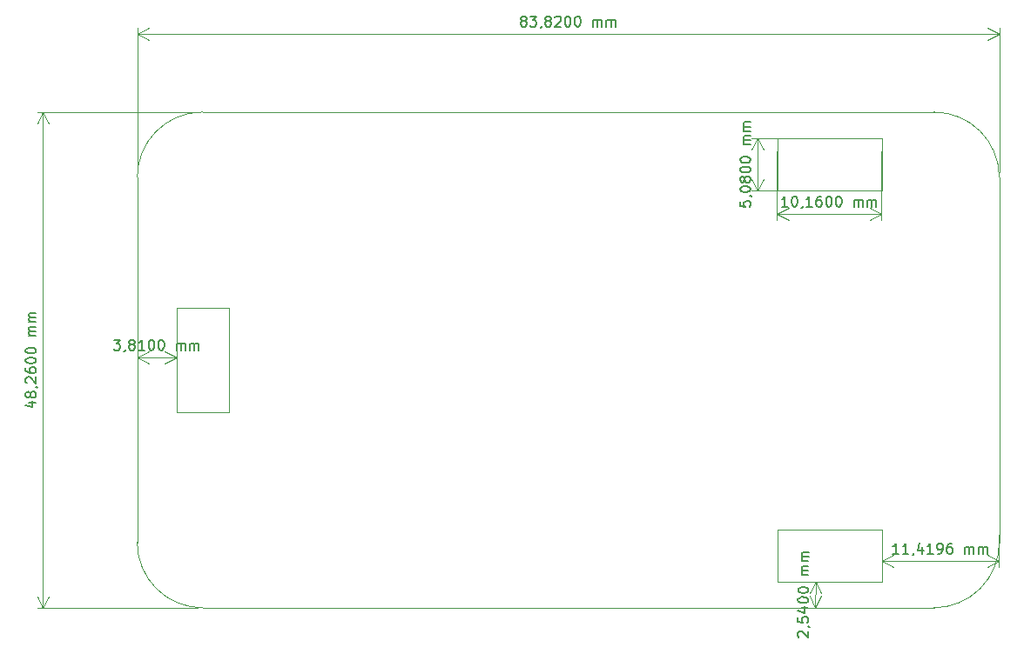
<source format=gbr>
%TF.GenerationSoftware,KiCad,Pcbnew,8.0.0*%
%TF.CreationDate,2024-03-19T17:03:54+01:00*%
%TF.ProjectId,PCB_Drone_THT,5043425f-4472-46f6-9e65-5f5448542e6b,rev?*%
%TF.SameCoordinates,Original*%
%TF.FileFunction,Profile,NP*%
%FSLAX46Y46*%
G04 Gerber Fmt 4.6, Leading zero omitted, Abs format (unit mm)*
G04 Created by KiCad (PCBNEW 8.0.0) date 2024-03-19 17:03:54*
%MOMM*%
%LPD*%
G01*
G04 APERTURE LIST*
%TA.AperFunction,Profile*%
%ADD10C,0.050000*%
%TD*%
%ADD11C,0.150000*%
G04 APERTURE END LIST*
D10*
X110119442Y-82550000D02*
G75*
G02*
X116469442Y-76199942I6350058J0D01*
G01*
X116469442Y-124460000D02*
G75*
G02*
X110119400Y-118110000I-42J6350000D01*
G01*
X187589442Y-124460000D02*
X116469442Y-124460000D01*
X193939442Y-82550000D02*
X193939442Y-118110000D01*
X193939442Y-118110000D02*
G75*
G02*
X187589442Y-124459942I-6349942J0D01*
G01*
X172349442Y-116840000D02*
X182509442Y-116840000D01*
X182509442Y-121920000D01*
X172349442Y-121920000D01*
X172349442Y-116840000D01*
X113929442Y-95250000D02*
X119009442Y-95250000D01*
X119009442Y-105410000D01*
X113929442Y-105410000D01*
X113929442Y-95250000D01*
X116469442Y-76200000D02*
X187589442Y-76200000D01*
X187589442Y-76200000D02*
G75*
G02*
X193939400Y-82550000I-42J-6350000D01*
G01*
X110119442Y-118110000D02*
X110119442Y-82550000D01*
X172349442Y-78740000D02*
X182509442Y-78740000D01*
X182509442Y-83820000D01*
X172349442Y-83820000D01*
X172349442Y-78740000D01*
D11*
X99603152Y-104472856D02*
X100269819Y-104472856D01*
X99222200Y-104710951D02*
X99936485Y-104949046D01*
X99936485Y-104949046D02*
X99936485Y-104329999D01*
X99698390Y-103806189D02*
X99650771Y-103901427D01*
X99650771Y-103901427D02*
X99603152Y-103949046D01*
X99603152Y-103949046D02*
X99507914Y-103996665D01*
X99507914Y-103996665D02*
X99460295Y-103996665D01*
X99460295Y-103996665D02*
X99365057Y-103949046D01*
X99365057Y-103949046D02*
X99317438Y-103901427D01*
X99317438Y-103901427D02*
X99269819Y-103806189D01*
X99269819Y-103806189D02*
X99269819Y-103615713D01*
X99269819Y-103615713D02*
X99317438Y-103520475D01*
X99317438Y-103520475D02*
X99365057Y-103472856D01*
X99365057Y-103472856D02*
X99460295Y-103425237D01*
X99460295Y-103425237D02*
X99507914Y-103425237D01*
X99507914Y-103425237D02*
X99603152Y-103472856D01*
X99603152Y-103472856D02*
X99650771Y-103520475D01*
X99650771Y-103520475D02*
X99698390Y-103615713D01*
X99698390Y-103615713D02*
X99698390Y-103806189D01*
X99698390Y-103806189D02*
X99746009Y-103901427D01*
X99746009Y-103901427D02*
X99793628Y-103949046D01*
X99793628Y-103949046D02*
X99888866Y-103996665D01*
X99888866Y-103996665D02*
X100079342Y-103996665D01*
X100079342Y-103996665D02*
X100174580Y-103949046D01*
X100174580Y-103949046D02*
X100222200Y-103901427D01*
X100222200Y-103901427D02*
X100269819Y-103806189D01*
X100269819Y-103806189D02*
X100269819Y-103615713D01*
X100269819Y-103615713D02*
X100222200Y-103520475D01*
X100222200Y-103520475D02*
X100174580Y-103472856D01*
X100174580Y-103472856D02*
X100079342Y-103425237D01*
X100079342Y-103425237D02*
X99888866Y-103425237D01*
X99888866Y-103425237D02*
X99793628Y-103472856D01*
X99793628Y-103472856D02*
X99746009Y-103520475D01*
X99746009Y-103520475D02*
X99698390Y-103615713D01*
X100222200Y-102949046D02*
X100269819Y-102949046D01*
X100269819Y-102949046D02*
X100365057Y-102996665D01*
X100365057Y-102996665D02*
X100412676Y-103044284D01*
X99365057Y-102568094D02*
X99317438Y-102520475D01*
X99317438Y-102520475D02*
X99269819Y-102425237D01*
X99269819Y-102425237D02*
X99269819Y-102187142D01*
X99269819Y-102187142D02*
X99317438Y-102091904D01*
X99317438Y-102091904D02*
X99365057Y-102044285D01*
X99365057Y-102044285D02*
X99460295Y-101996666D01*
X99460295Y-101996666D02*
X99555533Y-101996666D01*
X99555533Y-101996666D02*
X99698390Y-102044285D01*
X99698390Y-102044285D02*
X100269819Y-102615713D01*
X100269819Y-102615713D02*
X100269819Y-101996666D01*
X99269819Y-101139523D02*
X99269819Y-101329999D01*
X99269819Y-101329999D02*
X99317438Y-101425237D01*
X99317438Y-101425237D02*
X99365057Y-101472856D01*
X99365057Y-101472856D02*
X99507914Y-101568094D01*
X99507914Y-101568094D02*
X99698390Y-101615713D01*
X99698390Y-101615713D02*
X100079342Y-101615713D01*
X100079342Y-101615713D02*
X100174580Y-101568094D01*
X100174580Y-101568094D02*
X100222200Y-101520475D01*
X100222200Y-101520475D02*
X100269819Y-101425237D01*
X100269819Y-101425237D02*
X100269819Y-101234761D01*
X100269819Y-101234761D02*
X100222200Y-101139523D01*
X100222200Y-101139523D02*
X100174580Y-101091904D01*
X100174580Y-101091904D02*
X100079342Y-101044285D01*
X100079342Y-101044285D02*
X99841247Y-101044285D01*
X99841247Y-101044285D02*
X99746009Y-101091904D01*
X99746009Y-101091904D02*
X99698390Y-101139523D01*
X99698390Y-101139523D02*
X99650771Y-101234761D01*
X99650771Y-101234761D02*
X99650771Y-101425237D01*
X99650771Y-101425237D02*
X99698390Y-101520475D01*
X99698390Y-101520475D02*
X99746009Y-101568094D01*
X99746009Y-101568094D02*
X99841247Y-101615713D01*
X99269819Y-100425237D02*
X99269819Y-100329999D01*
X99269819Y-100329999D02*
X99317438Y-100234761D01*
X99317438Y-100234761D02*
X99365057Y-100187142D01*
X99365057Y-100187142D02*
X99460295Y-100139523D01*
X99460295Y-100139523D02*
X99650771Y-100091904D01*
X99650771Y-100091904D02*
X99888866Y-100091904D01*
X99888866Y-100091904D02*
X100079342Y-100139523D01*
X100079342Y-100139523D02*
X100174580Y-100187142D01*
X100174580Y-100187142D02*
X100222200Y-100234761D01*
X100222200Y-100234761D02*
X100269819Y-100329999D01*
X100269819Y-100329999D02*
X100269819Y-100425237D01*
X100269819Y-100425237D02*
X100222200Y-100520475D01*
X100222200Y-100520475D02*
X100174580Y-100568094D01*
X100174580Y-100568094D02*
X100079342Y-100615713D01*
X100079342Y-100615713D02*
X99888866Y-100663332D01*
X99888866Y-100663332D02*
X99650771Y-100663332D01*
X99650771Y-100663332D02*
X99460295Y-100615713D01*
X99460295Y-100615713D02*
X99365057Y-100568094D01*
X99365057Y-100568094D02*
X99317438Y-100520475D01*
X99317438Y-100520475D02*
X99269819Y-100425237D01*
X99269819Y-99472856D02*
X99269819Y-99377618D01*
X99269819Y-99377618D02*
X99317438Y-99282380D01*
X99317438Y-99282380D02*
X99365057Y-99234761D01*
X99365057Y-99234761D02*
X99460295Y-99187142D01*
X99460295Y-99187142D02*
X99650771Y-99139523D01*
X99650771Y-99139523D02*
X99888866Y-99139523D01*
X99888866Y-99139523D02*
X100079342Y-99187142D01*
X100079342Y-99187142D02*
X100174580Y-99234761D01*
X100174580Y-99234761D02*
X100222200Y-99282380D01*
X100222200Y-99282380D02*
X100269819Y-99377618D01*
X100269819Y-99377618D02*
X100269819Y-99472856D01*
X100269819Y-99472856D02*
X100222200Y-99568094D01*
X100222200Y-99568094D02*
X100174580Y-99615713D01*
X100174580Y-99615713D02*
X100079342Y-99663332D01*
X100079342Y-99663332D02*
X99888866Y-99710951D01*
X99888866Y-99710951D02*
X99650771Y-99710951D01*
X99650771Y-99710951D02*
X99460295Y-99663332D01*
X99460295Y-99663332D02*
X99365057Y-99615713D01*
X99365057Y-99615713D02*
X99317438Y-99568094D01*
X99317438Y-99568094D02*
X99269819Y-99472856D01*
X100269819Y-97949046D02*
X99603152Y-97949046D01*
X99698390Y-97949046D02*
X99650771Y-97901427D01*
X99650771Y-97901427D02*
X99603152Y-97806189D01*
X99603152Y-97806189D02*
X99603152Y-97663332D01*
X99603152Y-97663332D02*
X99650771Y-97568094D01*
X99650771Y-97568094D02*
X99746009Y-97520475D01*
X99746009Y-97520475D02*
X100269819Y-97520475D01*
X99746009Y-97520475D02*
X99650771Y-97472856D01*
X99650771Y-97472856D02*
X99603152Y-97377618D01*
X99603152Y-97377618D02*
X99603152Y-97234761D01*
X99603152Y-97234761D02*
X99650771Y-97139522D01*
X99650771Y-97139522D02*
X99746009Y-97091903D01*
X99746009Y-97091903D02*
X100269819Y-97091903D01*
X100269819Y-96615713D02*
X99603152Y-96615713D01*
X99698390Y-96615713D02*
X99650771Y-96568094D01*
X99650771Y-96568094D02*
X99603152Y-96472856D01*
X99603152Y-96472856D02*
X99603152Y-96329999D01*
X99603152Y-96329999D02*
X99650771Y-96234761D01*
X99650771Y-96234761D02*
X99746009Y-96187142D01*
X99746009Y-96187142D02*
X100269819Y-96187142D01*
X99746009Y-96187142D02*
X99650771Y-96139523D01*
X99650771Y-96139523D02*
X99603152Y-96044285D01*
X99603152Y-96044285D02*
X99603152Y-95901428D01*
X99603152Y-95901428D02*
X99650771Y-95806189D01*
X99650771Y-95806189D02*
X99746009Y-95758570D01*
X99746009Y-95758570D02*
X100269819Y-95758570D01*
D10*
X115969442Y-124460000D02*
X100378580Y-124460000D01*
X115969442Y-76200000D02*
X100378580Y-76200000D01*
X100965000Y-124460000D02*
X100965000Y-76200000D01*
X100965000Y-124460000D02*
X100965000Y-76200000D01*
X100965000Y-124460000D02*
X100378579Y-123333496D01*
X100965000Y-124460000D02*
X101551421Y-123333496D01*
X100965000Y-76200000D02*
X101551421Y-77326504D01*
X100965000Y-76200000D02*
X100378579Y-77326504D01*
D11*
X168738819Y-84899047D02*
X168738819Y-85375237D01*
X168738819Y-85375237D02*
X169215009Y-85422856D01*
X169215009Y-85422856D02*
X169167390Y-85375237D01*
X169167390Y-85375237D02*
X169119771Y-85279999D01*
X169119771Y-85279999D02*
X169119771Y-85041904D01*
X169119771Y-85041904D02*
X169167390Y-84946666D01*
X169167390Y-84946666D02*
X169215009Y-84899047D01*
X169215009Y-84899047D02*
X169310247Y-84851428D01*
X169310247Y-84851428D02*
X169548342Y-84851428D01*
X169548342Y-84851428D02*
X169643580Y-84899047D01*
X169643580Y-84899047D02*
X169691200Y-84946666D01*
X169691200Y-84946666D02*
X169738819Y-85041904D01*
X169738819Y-85041904D02*
X169738819Y-85279999D01*
X169738819Y-85279999D02*
X169691200Y-85375237D01*
X169691200Y-85375237D02*
X169643580Y-85422856D01*
X169691200Y-84375237D02*
X169738819Y-84375237D01*
X169738819Y-84375237D02*
X169834057Y-84422856D01*
X169834057Y-84422856D02*
X169881676Y-84470475D01*
X168738819Y-83756190D02*
X168738819Y-83660952D01*
X168738819Y-83660952D02*
X168786438Y-83565714D01*
X168786438Y-83565714D02*
X168834057Y-83518095D01*
X168834057Y-83518095D02*
X168929295Y-83470476D01*
X168929295Y-83470476D02*
X169119771Y-83422857D01*
X169119771Y-83422857D02*
X169357866Y-83422857D01*
X169357866Y-83422857D02*
X169548342Y-83470476D01*
X169548342Y-83470476D02*
X169643580Y-83518095D01*
X169643580Y-83518095D02*
X169691200Y-83565714D01*
X169691200Y-83565714D02*
X169738819Y-83660952D01*
X169738819Y-83660952D02*
X169738819Y-83756190D01*
X169738819Y-83756190D02*
X169691200Y-83851428D01*
X169691200Y-83851428D02*
X169643580Y-83899047D01*
X169643580Y-83899047D02*
X169548342Y-83946666D01*
X169548342Y-83946666D02*
X169357866Y-83994285D01*
X169357866Y-83994285D02*
X169119771Y-83994285D01*
X169119771Y-83994285D02*
X168929295Y-83946666D01*
X168929295Y-83946666D02*
X168834057Y-83899047D01*
X168834057Y-83899047D02*
X168786438Y-83851428D01*
X168786438Y-83851428D02*
X168738819Y-83756190D01*
X169167390Y-82851428D02*
X169119771Y-82946666D01*
X169119771Y-82946666D02*
X169072152Y-82994285D01*
X169072152Y-82994285D02*
X168976914Y-83041904D01*
X168976914Y-83041904D02*
X168929295Y-83041904D01*
X168929295Y-83041904D02*
X168834057Y-82994285D01*
X168834057Y-82994285D02*
X168786438Y-82946666D01*
X168786438Y-82946666D02*
X168738819Y-82851428D01*
X168738819Y-82851428D02*
X168738819Y-82660952D01*
X168738819Y-82660952D02*
X168786438Y-82565714D01*
X168786438Y-82565714D02*
X168834057Y-82518095D01*
X168834057Y-82518095D02*
X168929295Y-82470476D01*
X168929295Y-82470476D02*
X168976914Y-82470476D01*
X168976914Y-82470476D02*
X169072152Y-82518095D01*
X169072152Y-82518095D02*
X169119771Y-82565714D01*
X169119771Y-82565714D02*
X169167390Y-82660952D01*
X169167390Y-82660952D02*
X169167390Y-82851428D01*
X169167390Y-82851428D02*
X169215009Y-82946666D01*
X169215009Y-82946666D02*
X169262628Y-82994285D01*
X169262628Y-82994285D02*
X169357866Y-83041904D01*
X169357866Y-83041904D02*
X169548342Y-83041904D01*
X169548342Y-83041904D02*
X169643580Y-82994285D01*
X169643580Y-82994285D02*
X169691200Y-82946666D01*
X169691200Y-82946666D02*
X169738819Y-82851428D01*
X169738819Y-82851428D02*
X169738819Y-82660952D01*
X169738819Y-82660952D02*
X169691200Y-82565714D01*
X169691200Y-82565714D02*
X169643580Y-82518095D01*
X169643580Y-82518095D02*
X169548342Y-82470476D01*
X169548342Y-82470476D02*
X169357866Y-82470476D01*
X169357866Y-82470476D02*
X169262628Y-82518095D01*
X169262628Y-82518095D02*
X169215009Y-82565714D01*
X169215009Y-82565714D02*
X169167390Y-82660952D01*
X168738819Y-81851428D02*
X168738819Y-81756190D01*
X168738819Y-81756190D02*
X168786438Y-81660952D01*
X168786438Y-81660952D02*
X168834057Y-81613333D01*
X168834057Y-81613333D02*
X168929295Y-81565714D01*
X168929295Y-81565714D02*
X169119771Y-81518095D01*
X169119771Y-81518095D02*
X169357866Y-81518095D01*
X169357866Y-81518095D02*
X169548342Y-81565714D01*
X169548342Y-81565714D02*
X169643580Y-81613333D01*
X169643580Y-81613333D02*
X169691200Y-81660952D01*
X169691200Y-81660952D02*
X169738819Y-81756190D01*
X169738819Y-81756190D02*
X169738819Y-81851428D01*
X169738819Y-81851428D02*
X169691200Y-81946666D01*
X169691200Y-81946666D02*
X169643580Y-81994285D01*
X169643580Y-81994285D02*
X169548342Y-82041904D01*
X169548342Y-82041904D02*
X169357866Y-82089523D01*
X169357866Y-82089523D02*
X169119771Y-82089523D01*
X169119771Y-82089523D02*
X168929295Y-82041904D01*
X168929295Y-82041904D02*
X168834057Y-81994285D01*
X168834057Y-81994285D02*
X168786438Y-81946666D01*
X168786438Y-81946666D02*
X168738819Y-81851428D01*
X168738819Y-80899047D02*
X168738819Y-80803809D01*
X168738819Y-80803809D02*
X168786438Y-80708571D01*
X168786438Y-80708571D02*
X168834057Y-80660952D01*
X168834057Y-80660952D02*
X168929295Y-80613333D01*
X168929295Y-80613333D02*
X169119771Y-80565714D01*
X169119771Y-80565714D02*
X169357866Y-80565714D01*
X169357866Y-80565714D02*
X169548342Y-80613333D01*
X169548342Y-80613333D02*
X169643580Y-80660952D01*
X169643580Y-80660952D02*
X169691200Y-80708571D01*
X169691200Y-80708571D02*
X169738819Y-80803809D01*
X169738819Y-80803809D02*
X169738819Y-80899047D01*
X169738819Y-80899047D02*
X169691200Y-80994285D01*
X169691200Y-80994285D02*
X169643580Y-81041904D01*
X169643580Y-81041904D02*
X169548342Y-81089523D01*
X169548342Y-81089523D02*
X169357866Y-81137142D01*
X169357866Y-81137142D02*
X169119771Y-81137142D01*
X169119771Y-81137142D02*
X168929295Y-81089523D01*
X168929295Y-81089523D02*
X168834057Y-81041904D01*
X168834057Y-81041904D02*
X168786438Y-80994285D01*
X168786438Y-80994285D02*
X168738819Y-80899047D01*
X169738819Y-79375237D02*
X169072152Y-79375237D01*
X169167390Y-79375237D02*
X169119771Y-79327618D01*
X169119771Y-79327618D02*
X169072152Y-79232380D01*
X169072152Y-79232380D02*
X169072152Y-79089523D01*
X169072152Y-79089523D02*
X169119771Y-78994285D01*
X169119771Y-78994285D02*
X169215009Y-78946666D01*
X169215009Y-78946666D02*
X169738819Y-78946666D01*
X169215009Y-78946666D02*
X169119771Y-78899047D01*
X169119771Y-78899047D02*
X169072152Y-78803809D01*
X169072152Y-78803809D02*
X169072152Y-78660952D01*
X169072152Y-78660952D02*
X169119771Y-78565713D01*
X169119771Y-78565713D02*
X169215009Y-78518094D01*
X169215009Y-78518094D02*
X169738819Y-78518094D01*
X169738819Y-78041904D02*
X169072152Y-78041904D01*
X169167390Y-78041904D02*
X169119771Y-77994285D01*
X169119771Y-77994285D02*
X169072152Y-77899047D01*
X169072152Y-77899047D02*
X169072152Y-77756190D01*
X169072152Y-77756190D02*
X169119771Y-77660952D01*
X169119771Y-77660952D02*
X169215009Y-77613333D01*
X169215009Y-77613333D02*
X169738819Y-77613333D01*
X169215009Y-77613333D02*
X169119771Y-77565714D01*
X169119771Y-77565714D02*
X169072152Y-77470476D01*
X169072152Y-77470476D02*
X169072152Y-77327619D01*
X169072152Y-77327619D02*
X169119771Y-77232380D01*
X169119771Y-77232380D02*
X169215009Y-77184761D01*
X169215009Y-77184761D02*
X169738819Y-77184761D01*
D10*
X182009442Y-78740000D02*
X169847580Y-78740000D01*
X182009442Y-83820000D02*
X169847580Y-83820000D01*
X170434000Y-78740000D02*
X170434000Y-83820000D01*
X170434000Y-78740000D02*
X170434000Y-83820000D01*
X170434000Y-78740000D02*
X171020421Y-79866504D01*
X170434000Y-78740000D02*
X169847579Y-79866504D01*
X170434000Y-83820000D02*
X169847579Y-82693496D01*
X170434000Y-83820000D02*
X171020421Y-82693496D01*
D11*
X107833966Y-98380819D02*
X108453013Y-98380819D01*
X108453013Y-98380819D02*
X108119680Y-98761771D01*
X108119680Y-98761771D02*
X108262537Y-98761771D01*
X108262537Y-98761771D02*
X108357775Y-98809390D01*
X108357775Y-98809390D02*
X108405394Y-98857009D01*
X108405394Y-98857009D02*
X108453013Y-98952247D01*
X108453013Y-98952247D02*
X108453013Y-99190342D01*
X108453013Y-99190342D02*
X108405394Y-99285580D01*
X108405394Y-99285580D02*
X108357775Y-99333200D01*
X108357775Y-99333200D02*
X108262537Y-99380819D01*
X108262537Y-99380819D02*
X107976823Y-99380819D01*
X107976823Y-99380819D02*
X107881585Y-99333200D01*
X107881585Y-99333200D02*
X107833966Y-99285580D01*
X108929204Y-99333200D02*
X108929204Y-99380819D01*
X108929204Y-99380819D02*
X108881585Y-99476057D01*
X108881585Y-99476057D02*
X108833966Y-99523676D01*
X109500632Y-98809390D02*
X109405394Y-98761771D01*
X109405394Y-98761771D02*
X109357775Y-98714152D01*
X109357775Y-98714152D02*
X109310156Y-98618914D01*
X109310156Y-98618914D02*
X109310156Y-98571295D01*
X109310156Y-98571295D02*
X109357775Y-98476057D01*
X109357775Y-98476057D02*
X109405394Y-98428438D01*
X109405394Y-98428438D02*
X109500632Y-98380819D01*
X109500632Y-98380819D02*
X109691108Y-98380819D01*
X109691108Y-98380819D02*
X109786346Y-98428438D01*
X109786346Y-98428438D02*
X109833965Y-98476057D01*
X109833965Y-98476057D02*
X109881584Y-98571295D01*
X109881584Y-98571295D02*
X109881584Y-98618914D01*
X109881584Y-98618914D02*
X109833965Y-98714152D01*
X109833965Y-98714152D02*
X109786346Y-98761771D01*
X109786346Y-98761771D02*
X109691108Y-98809390D01*
X109691108Y-98809390D02*
X109500632Y-98809390D01*
X109500632Y-98809390D02*
X109405394Y-98857009D01*
X109405394Y-98857009D02*
X109357775Y-98904628D01*
X109357775Y-98904628D02*
X109310156Y-98999866D01*
X109310156Y-98999866D02*
X109310156Y-99190342D01*
X109310156Y-99190342D02*
X109357775Y-99285580D01*
X109357775Y-99285580D02*
X109405394Y-99333200D01*
X109405394Y-99333200D02*
X109500632Y-99380819D01*
X109500632Y-99380819D02*
X109691108Y-99380819D01*
X109691108Y-99380819D02*
X109786346Y-99333200D01*
X109786346Y-99333200D02*
X109833965Y-99285580D01*
X109833965Y-99285580D02*
X109881584Y-99190342D01*
X109881584Y-99190342D02*
X109881584Y-98999866D01*
X109881584Y-98999866D02*
X109833965Y-98904628D01*
X109833965Y-98904628D02*
X109786346Y-98857009D01*
X109786346Y-98857009D02*
X109691108Y-98809390D01*
X110833965Y-99380819D02*
X110262537Y-99380819D01*
X110548251Y-99380819D02*
X110548251Y-98380819D01*
X110548251Y-98380819D02*
X110453013Y-98523676D01*
X110453013Y-98523676D02*
X110357775Y-98618914D01*
X110357775Y-98618914D02*
X110262537Y-98666533D01*
X111453013Y-98380819D02*
X111548251Y-98380819D01*
X111548251Y-98380819D02*
X111643489Y-98428438D01*
X111643489Y-98428438D02*
X111691108Y-98476057D01*
X111691108Y-98476057D02*
X111738727Y-98571295D01*
X111738727Y-98571295D02*
X111786346Y-98761771D01*
X111786346Y-98761771D02*
X111786346Y-98999866D01*
X111786346Y-98999866D02*
X111738727Y-99190342D01*
X111738727Y-99190342D02*
X111691108Y-99285580D01*
X111691108Y-99285580D02*
X111643489Y-99333200D01*
X111643489Y-99333200D02*
X111548251Y-99380819D01*
X111548251Y-99380819D02*
X111453013Y-99380819D01*
X111453013Y-99380819D02*
X111357775Y-99333200D01*
X111357775Y-99333200D02*
X111310156Y-99285580D01*
X111310156Y-99285580D02*
X111262537Y-99190342D01*
X111262537Y-99190342D02*
X111214918Y-98999866D01*
X111214918Y-98999866D02*
X111214918Y-98761771D01*
X111214918Y-98761771D02*
X111262537Y-98571295D01*
X111262537Y-98571295D02*
X111310156Y-98476057D01*
X111310156Y-98476057D02*
X111357775Y-98428438D01*
X111357775Y-98428438D02*
X111453013Y-98380819D01*
X112405394Y-98380819D02*
X112500632Y-98380819D01*
X112500632Y-98380819D02*
X112595870Y-98428438D01*
X112595870Y-98428438D02*
X112643489Y-98476057D01*
X112643489Y-98476057D02*
X112691108Y-98571295D01*
X112691108Y-98571295D02*
X112738727Y-98761771D01*
X112738727Y-98761771D02*
X112738727Y-98999866D01*
X112738727Y-98999866D02*
X112691108Y-99190342D01*
X112691108Y-99190342D02*
X112643489Y-99285580D01*
X112643489Y-99285580D02*
X112595870Y-99333200D01*
X112595870Y-99333200D02*
X112500632Y-99380819D01*
X112500632Y-99380819D02*
X112405394Y-99380819D01*
X112405394Y-99380819D02*
X112310156Y-99333200D01*
X112310156Y-99333200D02*
X112262537Y-99285580D01*
X112262537Y-99285580D02*
X112214918Y-99190342D01*
X112214918Y-99190342D02*
X112167299Y-98999866D01*
X112167299Y-98999866D02*
X112167299Y-98761771D01*
X112167299Y-98761771D02*
X112214918Y-98571295D01*
X112214918Y-98571295D02*
X112262537Y-98476057D01*
X112262537Y-98476057D02*
X112310156Y-98428438D01*
X112310156Y-98428438D02*
X112405394Y-98380819D01*
X113929204Y-99380819D02*
X113929204Y-98714152D01*
X113929204Y-98809390D02*
X113976823Y-98761771D01*
X113976823Y-98761771D02*
X114072061Y-98714152D01*
X114072061Y-98714152D02*
X114214918Y-98714152D01*
X114214918Y-98714152D02*
X114310156Y-98761771D01*
X114310156Y-98761771D02*
X114357775Y-98857009D01*
X114357775Y-98857009D02*
X114357775Y-99380819D01*
X114357775Y-98857009D02*
X114405394Y-98761771D01*
X114405394Y-98761771D02*
X114500632Y-98714152D01*
X114500632Y-98714152D02*
X114643489Y-98714152D01*
X114643489Y-98714152D02*
X114738728Y-98761771D01*
X114738728Y-98761771D02*
X114786347Y-98857009D01*
X114786347Y-98857009D02*
X114786347Y-99380819D01*
X115262537Y-99380819D02*
X115262537Y-98714152D01*
X115262537Y-98809390D02*
X115310156Y-98761771D01*
X115310156Y-98761771D02*
X115405394Y-98714152D01*
X115405394Y-98714152D02*
X115548251Y-98714152D01*
X115548251Y-98714152D02*
X115643489Y-98761771D01*
X115643489Y-98761771D02*
X115691108Y-98857009D01*
X115691108Y-98857009D02*
X115691108Y-99380819D01*
X115691108Y-98857009D02*
X115738727Y-98761771D01*
X115738727Y-98761771D02*
X115833965Y-98714152D01*
X115833965Y-98714152D02*
X115976822Y-98714152D01*
X115976822Y-98714152D02*
X116072061Y-98761771D01*
X116072061Y-98761771D02*
X116119680Y-98857009D01*
X116119680Y-98857009D02*
X116119680Y-99380819D01*
D10*
X113929442Y-99830000D02*
X113929442Y-99489580D01*
X110119442Y-99830000D02*
X110119442Y-99489580D01*
X113929442Y-100076000D02*
X110119442Y-100076000D01*
X113929442Y-100076000D02*
X110119442Y-100076000D01*
X113929442Y-100076000D02*
X112802938Y-100662421D01*
X113929442Y-100076000D02*
X112802938Y-99489579D01*
X110119442Y-100076000D02*
X111245946Y-99489579D01*
X110119442Y-100076000D02*
X111245946Y-100662421D01*
D11*
X147600871Y-67313390D02*
X147505633Y-67265771D01*
X147505633Y-67265771D02*
X147458014Y-67218152D01*
X147458014Y-67218152D02*
X147410395Y-67122914D01*
X147410395Y-67122914D02*
X147410395Y-67075295D01*
X147410395Y-67075295D02*
X147458014Y-66980057D01*
X147458014Y-66980057D02*
X147505633Y-66932438D01*
X147505633Y-66932438D02*
X147600871Y-66884819D01*
X147600871Y-66884819D02*
X147791347Y-66884819D01*
X147791347Y-66884819D02*
X147886585Y-66932438D01*
X147886585Y-66932438D02*
X147934204Y-66980057D01*
X147934204Y-66980057D02*
X147981823Y-67075295D01*
X147981823Y-67075295D02*
X147981823Y-67122914D01*
X147981823Y-67122914D02*
X147934204Y-67218152D01*
X147934204Y-67218152D02*
X147886585Y-67265771D01*
X147886585Y-67265771D02*
X147791347Y-67313390D01*
X147791347Y-67313390D02*
X147600871Y-67313390D01*
X147600871Y-67313390D02*
X147505633Y-67361009D01*
X147505633Y-67361009D02*
X147458014Y-67408628D01*
X147458014Y-67408628D02*
X147410395Y-67503866D01*
X147410395Y-67503866D02*
X147410395Y-67694342D01*
X147410395Y-67694342D02*
X147458014Y-67789580D01*
X147458014Y-67789580D02*
X147505633Y-67837200D01*
X147505633Y-67837200D02*
X147600871Y-67884819D01*
X147600871Y-67884819D02*
X147791347Y-67884819D01*
X147791347Y-67884819D02*
X147886585Y-67837200D01*
X147886585Y-67837200D02*
X147934204Y-67789580D01*
X147934204Y-67789580D02*
X147981823Y-67694342D01*
X147981823Y-67694342D02*
X147981823Y-67503866D01*
X147981823Y-67503866D02*
X147934204Y-67408628D01*
X147934204Y-67408628D02*
X147886585Y-67361009D01*
X147886585Y-67361009D02*
X147791347Y-67313390D01*
X148315157Y-66884819D02*
X148934204Y-66884819D01*
X148934204Y-66884819D02*
X148600871Y-67265771D01*
X148600871Y-67265771D02*
X148743728Y-67265771D01*
X148743728Y-67265771D02*
X148838966Y-67313390D01*
X148838966Y-67313390D02*
X148886585Y-67361009D01*
X148886585Y-67361009D02*
X148934204Y-67456247D01*
X148934204Y-67456247D02*
X148934204Y-67694342D01*
X148934204Y-67694342D02*
X148886585Y-67789580D01*
X148886585Y-67789580D02*
X148838966Y-67837200D01*
X148838966Y-67837200D02*
X148743728Y-67884819D01*
X148743728Y-67884819D02*
X148458014Y-67884819D01*
X148458014Y-67884819D02*
X148362776Y-67837200D01*
X148362776Y-67837200D02*
X148315157Y-67789580D01*
X149410395Y-67837200D02*
X149410395Y-67884819D01*
X149410395Y-67884819D02*
X149362776Y-67980057D01*
X149362776Y-67980057D02*
X149315157Y-68027676D01*
X149981823Y-67313390D02*
X149886585Y-67265771D01*
X149886585Y-67265771D02*
X149838966Y-67218152D01*
X149838966Y-67218152D02*
X149791347Y-67122914D01*
X149791347Y-67122914D02*
X149791347Y-67075295D01*
X149791347Y-67075295D02*
X149838966Y-66980057D01*
X149838966Y-66980057D02*
X149886585Y-66932438D01*
X149886585Y-66932438D02*
X149981823Y-66884819D01*
X149981823Y-66884819D02*
X150172299Y-66884819D01*
X150172299Y-66884819D02*
X150267537Y-66932438D01*
X150267537Y-66932438D02*
X150315156Y-66980057D01*
X150315156Y-66980057D02*
X150362775Y-67075295D01*
X150362775Y-67075295D02*
X150362775Y-67122914D01*
X150362775Y-67122914D02*
X150315156Y-67218152D01*
X150315156Y-67218152D02*
X150267537Y-67265771D01*
X150267537Y-67265771D02*
X150172299Y-67313390D01*
X150172299Y-67313390D02*
X149981823Y-67313390D01*
X149981823Y-67313390D02*
X149886585Y-67361009D01*
X149886585Y-67361009D02*
X149838966Y-67408628D01*
X149838966Y-67408628D02*
X149791347Y-67503866D01*
X149791347Y-67503866D02*
X149791347Y-67694342D01*
X149791347Y-67694342D02*
X149838966Y-67789580D01*
X149838966Y-67789580D02*
X149886585Y-67837200D01*
X149886585Y-67837200D02*
X149981823Y-67884819D01*
X149981823Y-67884819D02*
X150172299Y-67884819D01*
X150172299Y-67884819D02*
X150267537Y-67837200D01*
X150267537Y-67837200D02*
X150315156Y-67789580D01*
X150315156Y-67789580D02*
X150362775Y-67694342D01*
X150362775Y-67694342D02*
X150362775Y-67503866D01*
X150362775Y-67503866D02*
X150315156Y-67408628D01*
X150315156Y-67408628D02*
X150267537Y-67361009D01*
X150267537Y-67361009D02*
X150172299Y-67313390D01*
X150743728Y-66980057D02*
X150791347Y-66932438D01*
X150791347Y-66932438D02*
X150886585Y-66884819D01*
X150886585Y-66884819D02*
X151124680Y-66884819D01*
X151124680Y-66884819D02*
X151219918Y-66932438D01*
X151219918Y-66932438D02*
X151267537Y-66980057D01*
X151267537Y-66980057D02*
X151315156Y-67075295D01*
X151315156Y-67075295D02*
X151315156Y-67170533D01*
X151315156Y-67170533D02*
X151267537Y-67313390D01*
X151267537Y-67313390D02*
X150696109Y-67884819D01*
X150696109Y-67884819D02*
X151315156Y-67884819D01*
X151934204Y-66884819D02*
X152029442Y-66884819D01*
X152029442Y-66884819D02*
X152124680Y-66932438D01*
X152124680Y-66932438D02*
X152172299Y-66980057D01*
X152172299Y-66980057D02*
X152219918Y-67075295D01*
X152219918Y-67075295D02*
X152267537Y-67265771D01*
X152267537Y-67265771D02*
X152267537Y-67503866D01*
X152267537Y-67503866D02*
X152219918Y-67694342D01*
X152219918Y-67694342D02*
X152172299Y-67789580D01*
X152172299Y-67789580D02*
X152124680Y-67837200D01*
X152124680Y-67837200D02*
X152029442Y-67884819D01*
X152029442Y-67884819D02*
X151934204Y-67884819D01*
X151934204Y-67884819D02*
X151838966Y-67837200D01*
X151838966Y-67837200D02*
X151791347Y-67789580D01*
X151791347Y-67789580D02*
X151743728Y-67694342D01*
X151743728Y-67694342D02*
X151696109Y-67503866D01*
X151696109Y-67503866D02*
X151696109Y-67265771D01*
X151696109Y-67265771D02*
X151743728Y-67075295D01*
X151743728Y-67075295D02*
X151791347Y-66980057D01*
X151791347Y-66980057D02*
X151838966Y-66932438D01*
X151838966Y-66932438D02*
X151934204Y-66884819D01*
X152886585Y-66884819D02*
X152981823Y-66884819D01*
X152981823Y-66884819D02*
X153077061Y-66932438D01*
X153077061Y-66932438D02*
X153124680Y-66980057D01*
X153124680Y-66980057D02*
X153172299Y-67075295D01*
X153172299Y-67075295D02*
X153219918Y-67265771D01*
X153219918Y-67265771D02*
X153219918Y-67503866D01*
X153219918Y-67503866D02*
X153172299Y-67694342D01*
X153172299Y-67694342D02*
X153124680Y-67789580D01*
X153124680Y-67789580D02*
X153077061Y-67837200D01*
X153077061Y-67837200D02*
X152981823Y-67884819D01*
X152981823Y-67884819D02*
X152886585Y-67884819D01*
X152886585Y-67884819D02*
X152791347Y-67837200D01*
X152791347Y-67837200D02*
X152743728Y-67789580D01*
X152743728Y-67789580D02*
X152696109Y-67694342D01*
X152696109Y-67694342D02*
X152648490Y-67503866D01*
X152648490Y-67503866D02*
X152648490Y-67265771D01*
X152648490Y-67265771D02*
X152696109Y-67075295D01*
X152696109Y-67075295D02*
X152743728Y-66980057D01*
X152743728Y-66980057D02*
X152791347Y-66932438D01*
X152791347Y-66932438D02*
X152886585Y-66884819D01*
X154410395Y-67884819D02*
X154410395Y-67218152D01*
X154410395Y-67313390D02*
X154458014Y-67265771D01*
X154458014Y-67265771D02*
X154553252Y-67218152D01*
X154553252Y-67218152D02*
X154696109Y-67218152D01*
X154696109Y-67218152D02*
X154791347Y-67265771D01*
X154791347Y-67265771D02*
X154838966Y-67361009D01*
X154838966Y-67361009D02*
X154838966Y-67884819D01*
X154838966Y-67361009D02*
X154886585Y-67265771D01*
X154886585Y-67265771D02*
X154981823Y-67218152D01*
X154981823Y-67218152D02*
X155124680Y-67218152D01*
X155124680Y-67218152D02*
X155219919Y-67265771D01*
X155219919Y-67265771D02*
X155267538Y-67361009D01*
X155267538Y-67361009D02*
X155267538Y-67884819D01*
X155743728Y-67884819D02*
X155743728Y-67218152D01*
X155743728Y-67313390D02*
X155791347Y-67265771D01*
X155791347Y-67265771D02*
X155886585Y-67218152D01*
X155886585Y-67218152D02*
X156029442Y-67218152D01*
X156029442Y-67218152D02*
X156124680Y-67265771D01*
X156124680Y-67265771D02*
X156172299Y-67361009D01*
X156172299Y-67361009D02*
X156172299Y-67884819D01*
X156172299Y-67361009D02*
X156219918Y-67265771D01*
X156219918Y-67265771D02*
X156315156Y-67218152D01*
X156315156Y-67218152D02*
X156458013Y-67218152D01*
X156458013Y-67218152D02*
X156553252Y-67265771D01*
X156553252Y-67265771D02*
X156600871Y-67361009D01*
X156600871Y-67361009D02*
X156600871Y-67884819D01*
D10*
X110119442Y-82050000D02*
X110119442Y-67993580D01*
X193939442Y-82050000D02*
X193939442Y-67993580D01*
X110119442Y-68580000D02*
X193939442Y-68580000D01*
X110119442Y-68580000D02*
X193939442Y-68580000D01*
X110119442Y-68580000D02*
X111245946Y-67993579D01*
X110119442Y-68580000D02*
X111245946Y-69166421D01*
X193939442Y-68580000D02*
X192812938Y-69166421D01*
X193939442Y-68580000D02*
X192812938Y-67993579D01*
D11*
X173371381Y-85410819D02*
X172799953Y-85410819D01*
X173085667Y-85410819D02*
X173085667Y-84410819D01*
X173085667Y-84410819D02*
X172990429Y-84553676D01*
X172990429Y-84553676D02*
X172895191Y-84648914D01*
X172895191Y-84648914D02*
X172799953Y-84696533D01*
X173990429Y-84410819D02*
X174085667Y-84410819D01*
X174085667Y-84410819D02*
X174180905Y-84458438D01*
X174180905Y-84458438D02*
X174228524Y-84506057D01*
X174228524Y-84506057D02*
X174276143Y-84601295D01*
X174276143Y-84601295D02*
X174323762Y-84791771D01*
X174323762Y-84791771D02*
X174323762Y-85029866D01*
X174323762Y-85029866D02*
X174276143Y-85220342D01*
X174276143Y-85220342D02*
X174228524Y-85315580D01*
X174228524Y-85315580D02*
X174180905Y-85363200D01*
X174180905Y-85363200D02*
X174085667Y-85410819D01*
X174085667Y-85410819D02*
X173990429Y-85410819D01*
X173990429Y-85410819D02*
X173895191Y-85363200D01*
X173895191Y-85363200D02*
X173847572Y-85315580D01*
X173847572Y-85315580D02*
X173799953Y-85220342D01*
X173799953Y-85220342D02*
X173752334Y-85029866D01*
X173752334Y-85029866D02*
X173752334Y-84791771D01*
X173752334Y-84791771D02*
X173799953Y-84601295D01*
X173799953Y-84601295D02*
X173847572Y-84506057D01*
X173847572Y-84506057D02*
X173895191Y-84458438D01*
X173895191Y-84458438D02*
X173990429Y-84410819D01*
X174799953Y-85363200D02*
X174799953Y-85410819D01*
X174799953Y-85410819D02*
X174752334Y-85506057D01*
X174752334Y-85506057D02*
X174704715Y-85553676D01*
X175752333Y-85410819D02*
X175180905Y-85410819D01*
X175466619Y-85410819D02*
X175466619Y-84410819D01*
X175466619Y-84410819D02*
X175371381Y-84553676D01*
X175371381Y-84553676D02*
X175276143Y-84648914D01*
X175276143Y-84648914D02*
X175180905Y-84696533D01*
X176609476Y-84410819D02*
X176419000Y-84410819D01*
X176419000Y-84410819D02*
X176323762Y-84458438D01*
X176323762Y-84458438D02*
X176276143Y-84506057D01*
X176276143Y-84506057D02*
X176180905Y-84648914D01*
X176180905Y-84648914D02*
X176133286Y-84839390D01*
X176133286Y-84839390D02*
X176133286Y-85220342D01*
X176133286Y-85220342D02*
X176180905Y-85315580D01*
X176180905Y-85315580D02*
X176228524Y-85363200D01*
X176228524Y-85363200D02*
X176323762Y-85410819D01*
X176323762Y-85410819D02*
X176514238Y-85410819D01*
X176514238Y-85410819D02*
X176609476Y-85363200D01*
X176609476Y-85363200D02*
X176657095Y-85315580D01*
X176657095Y-85315580D02*
X176704714Y-85220342D01*
X176704714Y-85220342D02*
X176704714Y-84982247D01*
X176704714Y-84982247D02*
X176657095Y-84887009D01*
X176657095Y-84887009D02*
X176609476Y-84839390D01*
X176609476Y-84839390D02*
X176514238Y-84791771D01*
X176514238Y-84791771D02*
X176323762Y-84791771D01*
X176323762Y-84791771D02*
X176228524Y-84839390D01*
X176228524Y-84839390D02*
X176180905Y-84887009D01*
X176180905Y-84887009D02*
X176133286Y-84982247D01*
X177323762Y-84410819D02*
X177419000Y-84410819D01*
X177419000Y-84410819D02*
X177514238Y-84458438D01*
X177514238Y-84458438D02*
X177561857Y-84506057D01*
X177561857Y-84506057D02*
X177609476Y-84601295D01*
X177609476Y-84601295D02*
X177657095Y-84791771D01*
X177657095Y-84791771D02*
X177657095Y-85029866D01*
X177657095Y-85029866D02*
X177609476Y-85220342D01*
X177609476Y-85220342D02*
X177561857Y-85315580D01*
X177561857Y-85315580D02*
X177514238Y-85363200D01*
X177514238Y-85363200D02*
X177419000Y-85410819D01*
X177419000Y-85410819D02*
X177323762Y-85410819D01*
X177323762Y-85410819D02*
X177228524Y-85363200D01*
X177228524Y-85363200D02*
X177180905Y-85315580D01*
X177180905Y-85315580D02*
X177133286Y-85220342D01*
X177133286Y-85220342D02*
X177085667Y-85029866D01*
X177085667Y-85029866D02*
X177085667Y-84791771D01*
X177085667Y-84791771D02*
X177133286Y-84601295D01*
X177133286Y-84601295D02*
X177180905Y-84506057D01*
X177180905Y-84506057D02*
X177228524Y-84458438D01*
X177228524Y-84458438D02*
X177323762Y-84410819D01*
X178276143Y-84410819D02*
X178371381Y-84410819D01*
X178371381Y-84410819D02*
X178466619Y-84458438D01*
X178466619Y-84458438D02*
X178514238Y-84506057D01*
X178514238Y-84506057D02*
X178561857Y-84601295D01*
X178561857Y-84601295D02*
X178609476Y-84791771D01*
X178609476Y-84791771D02*
X178609476Y-85029866D01*
X178609476Y-85029866D02*
X178561857Y-85220342D01*
X178561857Y-85220342D02*
X178514238Y-85315580D01*
X178514238Y-85315580D02*
X178466619Y-85363200D01*
X178466619Y-85363200D02*
X178371381Y-85410819D01*
X178371381Y-85410819D02*
X178276143Y-85410819D01*
X178276143Y-85410819D02*
X178180905Y-85363200D01*
X178180905Y-85363200D02*
X178133286Y-85315580D01*
X178133286Y-85315580D02*
X178085667Y-85220342D01*
X178085667Y-85220342D02*
X178038048Y-85029866D01*
X178038048Y-85029866D02*
X178038048Y-84791771D01*
X178038048Y-84791771D02*
X178085667Y-84601295D01*
X178085667Y-84601295D02*
X178133286Y-84506057D01*
X178133286Y-84506057D02*
X178180905Y-84458438D01*
X178180905Y-84458438D02*
X178276143Y-84410819D01*
X179799953Y-85410819D02*
X179799953Y-84744152D01*
X179799953Y-84839390D02*
X179847572Y-84791771D01*
X179847572Y-84791771D02*
X179942810Y-84744152D01*
X179942810Y-84744152D02*
X180085667Y-84744152D01*
X180085667Y-84744152D02*
X180180905Y-84791771D01*
X180180905Y-84791771D02*
X180228524Y-84887009D01*
X180228524Y-84887009D02*
X180228524Y-85410819D01*
X180228524Y-84887009D02*
X180276143Y-84791771D01*
X180276143Y-84791771D02*
X180371381Y-84744152D01*
X180371381Y-84744152D02*
X180514238Y-84744152D01*
X180514238Y-84744152D02*
X180609477Y-84791771D01*
X180609477Y-84791771D02*
X180657096Y-84887009D01*
X180657096Y-84887009D02*
X180657096Y-85410819D01*
X181133286Y-85410819D02*
X181133286Y-84744152D01*
X181133286Y-84839390D02*
X181180905Y-84791771D01*
X181180905Y-84791771D02*
X181276143Y-84744152D01*
X181276143Y-84744152D02*
X181419000Y-84744152D01*
X181419000Y-84744152D02*
X181514238Y-84791771D01*
X181514238Y-84791771D02*
X181561857Y-84887009D01*
X181561857Y-84887009D02*
X181561857Y-85410819D01*
X181561857Y-84887009D02*
X181609476Y-84791771D01*
X181609476Y-84791771D02*
X181704714Y-84744152D01*
X181704714Y-84744152D02*
X181847571Y-84744152D01*
X181847571Y-84744152D02*
X181942810Y-84791771D01*
X181942810Y-84791771D02*
X181990429Y-84887009D01*
X181990429Y-84887009D02*
X181990429Y-85410819D01*
D10*
X172339000Y-80002000D02*
X172339000Y-86692420D01*
X182499000Y-80002000D02*
X182499000Y-86692420D01*
X172339000Y-86106000D02*
X182499000Y-86106000D01*
X172339000Y-86106000D02*
X182499000Y-86106000D01*
X172339000Y-86106000D02*
X173465504Y-85519579D01*
X172339000Y-86106000D02*
X173465504Y-86692421D01*
X182499000Y-86106000D02*
X181372496Y-86692421D01*
X182499000Y-86106000D02*
X181372496Y-85519579D01*
D11*
X174452375Y-127320674D02*
X174404952Y-127272859D01*
X174404952Y-127272859D02*
X174357725Y-127177426D01*
X174357725Y-127177426D02*
X174358704Y-126939333D01*
X174358704Y-126939333D02*
X174406714Y-126844291D01*
X174406714Y-126844291D02*
X174454529Y-126796868D01*
X174454529Y-126796868D02*
X174549962Y-126749641D01*
X174549962Y-126749641D02*
X174645199Y-126750033D01*
X174645199Y-126750033D02*
X174787859Y-126798239D01*
X174787859Y-126798239D02*
X175356934Y-127372012D01*
X175356934Y-127372012D02*
X175359479Y-126752969D01*
X175313818Y-126276587D02*
X175361436Y-126276783D01*
X175361436Y-126276783D02*
X175456478Y-126324793D01*
X175456478Y-126324793D02*
X175503901Y-126372607D01*
X174365164Y-125367918D02*
X174363207Y-125844104D01*
X174363207Y-125844104D02*
X174839197Y-125893681D01*
X174839197Y-125893681D02*
X174791774Y-125845866D01*
X174791774Y-125845866D02*
X174744547Y-125750433D01*
X174744547Y-125750433D02*
X174745526Y-125512340D01*
X174745526Y-125512340D02*
X174793536Y-125417299D01*
X174793536Y-125417299D02*
X174841351Y-125369876D01*
X174841351Y-125369876D02*
X174936784Y-125322649D01*
X174936784Y-125322649D02*
X175174877Y-125323627D01*
X175174877Y-125323627D02*
X175269918Y-125371638D01*
X175269918Y-125371638D02*
X175317341Y-125419452D01*
X175317341Y-125419452D02*
X175364568Y-125514885D01*
X175364568Y-125514885D02*
X175363590Y-125752978D01*
X175363590Y-125752978D02*
X175315579Y-125848020D01*
X175315579Y-125848020D02*
X175267765Y-125895443D01*
X174702214Y-124464534D02*
X175368875Y-124467275D01*
X174320286Y-124701061D02*
X175033587Y-124942091D01*
X175033587Y-124942091D02*
X175036132Y-124323048D01*
X174371820Y-123748884D02*
X174372212Y-123653647D01*
X174372212Y-123653647D02*
X174420222Y-123558605D01*
X174420222Y-123558605D02*
X174468036Y-123511182D01*
X174468036Y-123511182D02*
X174563469Y-123463955D01*
X174563469Y-123463955D02*
X174754140Y-123417120D01*
X174754140Y-123417120D02*
X174992233Y-123418098D01*
X174992233Y-123418098D02*
X175182512Y-123466500D01*
X175182512Y-123466500D02*
X175277553Y-123514510D01*
X175277553Y-123514510D02*
X175324976Y-123562325D01*
X175324976Y-123562325D02*
X175372203Y-123657758D01*
X175372203Y-123657758D02*
X175371812Y-123752995D01*
X175371812Y-123752995D02*
X175323801Y-123848037D01*
X175323801Y-123848037D02*
X175275987Y-123895459D01*
X175275987Y-123895459D02*
X175180554Y-123942687D01*
X175180554Y-123942687D02*
X174989884Y-123989522D01*
X174989884Y-123989522D02*
X174751790Y-123988543D01*
X174751790Y-123988543D02*
X174561512Y-123940142D01*
X174561512Y-123940142D02*
X174466470Y-123892131D01*
X174466470Y-123892131D02*
X174419047Y-123844317D01*
X174419047Y-123844317D02*
X174371820Y-123748884D01*
X174375735Y-122796511D02*
X174376127Y-122701274D01*
X174376127Y-122701274D02*
X174424137Y-122606232D01*
X174424137Y-122606232D02*
X174471951Y-122558809D01*
X174471951Y-122558809D02*
X174567384Y-122511582D01*
X174567384Y-122511582D02*
X174758055Y-122464747D01*
X174758055Y-122464747D02*
X174996148Y-122465725D01*
X174996148Y-122465725D02*
X175186427Y-122514127D01*
X175186427Y-122514127D02*
X175281468Y-122562137D01*
X175281468Y-122562137D02*
X175328891Y-122609952D01*
X175328891Y-122609952D02*
X175376118Y-122705385D01*
X175376118Y-122705385D02*
X175375727Y-122800622D01*
X175375727Y-122800622D02*
X175327717Y-122895664D01*
X175327717Y-122895664D02*
X175279902Y-122943086D01*
X175279902Y-122943086D02*
X175184469Y-122990314D01*
X175184469Y-122990314D02*
X174993799Y-123037149D01*
X174993799Y-123037149D02*
X174755706Y-123036170D01*
X174755706Y-123036170D02*
X174565427Y-122987769D01*
X174565427Y-122987769D02*
X174470385Y-122939759D01*
X174470385Y-122939759D02*
X174422962Y-122891944D01*
X174422962Y-122891944D02*
X174375735Y-122796511D01*
X175381991Y-121276825D02*
X174715330Y-121274084D01*
X174810567Y-121274476D02*
X174763145Y-121226662D01*
X174763145Y-121226662D02*
X174715917Y-121131229D01*
X174715917Y-121131229D02*
X174716505Y-120988373D01*
X174716505Y-120988373D02*
X174764515Y-120893331D01*
X174764515Y-120893331D02*
X174859948Y-120846104D01*
X174859948Y-120846104D02*
X175383753Y-120848257D01*
X174859948Y-120846104D02*
X174764906Y-120798094D01*
X174764906Y-120798094D02*
X174717679Y-120702661D01*
X174717679Y-120702661D02*
X174718267Y-120559805D01*
X174718267Y-120559805D02*
X174766277Y-120464763D01*
X174766277Y-120464763D02*
X174861710Y-120417536D01*
X174861710Y-120417536D02*
X175385515Y-120419689D01*
X175387472Y-119943503D02*
X174720811Y-119940763D01*
X174816049Y-119941154D02*
X174768626Y-119893340D01*
X174768626Y-119893340D02*
X174721399Y-119797907D01*
X174721399Y-119797907D02*
X174721986Y-119655051D01*
X174721986Y-119655051D02*
X174769996Y-119560009D01*
X174769996Y-119560009D02*
X174865429Y-119512782D01*
X174865429Y-119512782D02*
X175389234Y-119514936D01*
X174865429Y-119512782D02*
X174770388Y-119464772D01*
X174770388Y-119464772D02*
X174723161Y-119369339D01*
X174723161Y-119369339D02*
X174723748Y-119226483D01*
X174723748Y-119226483D02*
X174771758Y-119131442D01*
X174771758Y-119131442D02*
X174867191Y-119084214D01*
X174867191Y-119084214D02*
X175390996Y-119086368D01*
D10*
X176929446Y-121917945D02*
X175488142Y-121912020D01*
X176919004Y-124457945D02*
X175477700Y-124452020D01*
X176074557Y-121914430D02*
X176064115Y-124454430D01*
X176074557Y-121914430D02*
X176064115Y-124454430D01*
X176074557Y-121914430D02*
X176656342Y-123043335D01*
X176074557Y-121914430D02*
X175483510Y-123038513D01*
X176064115Y-124454430D02*
X175482330Y-123325525D01*
X176064115Y-124454430D02*
X176655162Y-123330347D01*
D11*
X184171602Y-119192819D02*
X183600174Y-119192819D01*
X183885888Y-119192819D02*
X183885888Y-118192819D01*
X183885888Y-118192819D02*
X183790650Y-118335676D01*
X183790650Y-118335676D02*
X183695412Y-118430914D01*
X183695412Y-118430914D02*
X183600174Y-118478533D01*
X185123983Y-119192819D02*
X184552555Y-119192819D01*
X184838269Y-119192819D02*
X184838269Y-118192819D01*
X184838269Y-118192819D02*
X184743031Y-118335676D01*
X184743031Y-118335676D02*
X184647793Y-118430914D01*
X184647793Y-118430914D02*
X184552555Y-118478533D01*
X185600174Y-119145200D02*
X185600174Y-119192819D01*
X185600174Y-119192819D02*
X185552555Y-119288057D01*
X185552555Y-119288057D02*
X185504936Y-119335676D01*
X186457316Y-118526152D02*
X186457316Y-119192819D01*
X186219221Y-118145200D02*
X185981126Y-118859485D01*
X185981126Y-118859485D02*
X186600173Y-118859485D01*
X187504935Y-119192819D02*
X186933507Y-119192819D01*
X187219221Y-119192819D02*
X187219221Y-118192819D01*
X187219221Y-118192819D02*
X187123983Y-118335676D01*
X187123983Y-118335676D02*
X187028745Y-118430914D01*
X187028745Y-118430914D02*
X186933507Y-118478533D01*
X187981126Y-119192819D02*
X188171602Y-119192819D01*
X188171602Y-119192819D02*
X188266840Y-119145200D01*
X188266840Y-119145200D02*
X188314459Y-119097580D01*
X188314459Y-119097580D02*
X188409697Y-118954723D01*
X188409697Y-118954723D02*
X188457316Y-118764247D01*
X188457316Y-118764247D02*
X188457316Y-118383295D01*
X188457316Y-118383295D02*
X188409697Y-118288057D01*
X188409697Y-118288057D02*
X188362078Y-118240438D01*
X188362078Y-118240438D02*
X188266840Y-118192819D01*
X188266840Y-118192819D02*
X188076364Y-118192819D01*
X188076364Y-118192819D02*
X187981126Y-118240438D01*
X187981126Y-118240438D02*
X187933507Y-118288057D01*
X187933507Y-118288057D02*
X187885888Y-118383295D01*
X187885888Y-118383295D02*
X187885888Y-118621390D01*
X187885888Y-118621390D02*
X187933507Y-118716628D01*
X187933507Y-118716628D02*
X187981126Y-118764247D01*
X187981126Y-118764247D02*
X188076364Y-118811866D01*
X188076364Y-118811866D02*
X188266840Y-118811866D01*
X188266840Y-118811866D02*
X188362078Y-118764247D01*
X188362078Y-118764247D02*
X188409697Y-118716628D01*
X188409697Y-118716628D02*
X188457316Y-118621390D01*
X189314459Y-118192819D02*
X189123983Y-118192819D01*
X189123983Y-118192819D02*
X189028745Y-118240438D01*
X189028745Y-118240438D02*
X188981126Y-118288057D01*
X188981126Y-118288057D02*
X188885888Y-118430914D01*
X188885888Y-118430914D02*
X188838269Y-118621390D01*
X188838269Y-118621390D02*
X188838269Y-119002342D01*
X188838269Y-119002342D02*
X188885888Y-119097580D01*
X188885888Y-119097580D02*
X188933507Y-119145200D01*
X188933507Y-119145200D02*
X189028745Y-119192819D01*
X189028745Y-119192819D02*
X189219221Y-119192819D01*
X189219221Y-119192819D02*
X189314459Y-119145200D01*
X189314459Y-119145200D02*
X189362078Y-119097580D01*
X189362078Y-119097580D02*
X189409697Y-119002342D01*
X189409697Y-119002342D02*
X189409697Y-118764247D01*
X189409697Y-118764247D02*
X189362078Y-118669009D01*
X189362078Y-118669009D02*
X189314459Y-118621390D01*
X189314459Y-118621390D02*
X189219221Y-118573771D01*
X189219221Y-118573771D02*
X189028745Y-118573771D01*
X189028745Y-118573771D02*
X188933507Y-118621390D01*
X188933507Y-118621390D02*
X188885888Y-118669009D01*
X188885888Y-118669009D02*
X188838269Y-118764247D01*
X190600174Y-119192819D02*
X190600174Y-118526152D01*
X190600174Y-118621390D02*
X190647793Y-118573771D01*
X190647793Y-118573771D02*
X190743031Y-118526152D01*
X190743031Y-118526152D02*
X190885888Y-118526152D01*
X190885888Y-118526152D02*
X190981126Y-118573771D01*
X190981126Y-118573771D02*
X191028745Y-118669009D01*
X191028745Y-118669009D02*
X191028745Y-119192819D01*
X191028745Y-118669009D02*
X191076364Y-118573771D01*
X191076364Y-118573771D02*
X191171602Y-118526152D01*
X191171602Y-118526152D02*
X191314459Y-118526152D01*
X191314459Y-118526152D02*
X191409698Y-118573771D01*
X191409698Y-118573771D02*
X191457317Y-118669009D01*
X191457317Y-118669009D02*
X191457317Y-119192819D01*
X191933507Y-119192819D02*
X191933507Y-118526152D01*
X191933507Y-118621390D02*
X191981126Y-118573771D01*
X191981126Y-118573771D02*
X192076364Y-118526152D01*
X192076364Y-118526152D02*
X192219221Y-118526152D01*
X192219221Y-118526152D02*
X192314459Y-118573771D01*
X192314459Y-118573771D02*
X192362078Y-118669009D01*
X192362078Y-118669009D02*
X192362078Y-119192819D01*
X192362078Y-118669009D02*
X192409697Y-118573771D01*
X192409697Y-118573771D02*
X192504935Y-118526152D01*
X192504935Y-118526152D02*
X192647792Y-118526152D01*
X192647792Y-118526152D02*
X192743031Y-118573771D01*
X192743031Y-118573771D02*
X192790650Y-118669009D01*
X192790650Y-118669009D02*
X192790650Y-119192819D01*
D10*
X182509442Y-117340000D02*
X182509442Y-120474420D01*
X193929000Y-117340000D02*
X193929000Y-120474420D01*
X182509442Y-119888000D02*
X193929000Y-119888000D01*
X182509442Y-119888000D02*
X193929000Y-119888000D01*
X182509442Y-119888000D02*
X183635946Y-119301579D01*
X182509442Y-119888000D02*
X183635946Y-120474421D01*
X193929000Y-119888000D02*
X192802496Y-120474421D01*
X193929000Y-119888000D02*
X192802496Y-119301579D01*
M02*

</source>
